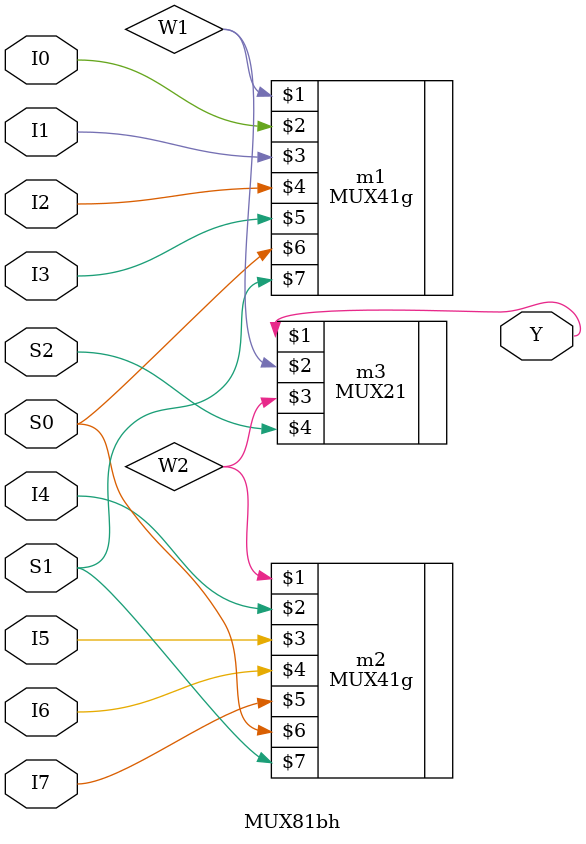
<source format=v>
module MUX81bh(Y,I0,I1,I2,I3,I4,I5,I6,I7,S0,S1,S2);
input I0,I1,I2,I3,I4,I5,I6,I7,S0,S1,S2;
output Y;
wire W1,W2;

MUX41g m1(W1,I0,I1,I2,I3,S0,S1);

MUX41g m2(W2,I4,I5,I6,I7,S0,S1);

MUX21 m3(Y,W1,W2,S2);

endmodule
</source>
